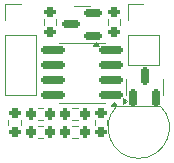
<source format=gbr>
%TF.GenerationSoftware,KiCad,Pcbnew,8.0.6*%
%TF.CreationDate,2025-02-05T22:59:24+01:00*%
%TF.ProjectId,universal_fan_ctrl,756e6976-6572-4736-916c-5f66616e5f63,rev?*%
%TF.SameCoordinates,Original*%
%TF.FileFunction,Legend,Top*%
%TF.FilePolarity,Positive*%
%FSLAX46Y46*%
G04 Gerber Fmt 4.6, Leading zero omitted, Abs format (unit mm)*
G04 Created by KiCad (PCBNEW 8.0.6) date 2025-02-05 22:59:24*
%MOMM*%
%LPD*%
G01*
G04 APERTURE LIST*
G04 Aperture macros list*
%AMRoundRect*
0 Rectangle with rounded corners*
0 $1 Rounding radius*
0 $2 $3 $4 $5 $6 $7 $8 $9 X,Y pos of 4 corners*
0 Add a 4 corners polygon primitive as box body*
4,1,4,$2,$3,$4,$5,$6,$7,$8,$9,$2,$3,0*
0 Add four circle primitives for the rounded corners*
1,1,$1+$1,$2,$3*
1,1,$1+$1,$4,$5*
1,1,$1+$1,$6,$7*
1,1,$1+$1,$8,$9*
0 Add four rect primitives between the rounded corners*
20,1,$1+$1,$2,$3,$4,$5,0*
20,1,$1+$1,$4,$5,$6,$7,0*
20,1,$1+$1,$6,$7,$8,$9,0*
20,1,$1+$1,$8,$9,$2,$3,0*%
G04 Aperture macros list end*
%ADD10C,0.120000*%
%ADD11RoundRect,0.150000X0.587500X0.150000X-0.587500X0.150000X-0.587500X-0.150000X0.587500X-0.150000X0*%
%ADD12RoundRect,0.200000X-0.275000X0.200000X-0.275000X-0.200000X0.275000X-0.200000X0.275000X0.200000X0*%
%ADD13R,1.700000X1.700000*%
%ADD14O,1.700000X1.700000*%
%ADD15R,1.050000X1.500000*%
%ADD16O,1.050000X1.500000*%
%ADD17RoundRect,0.150000X0.150000X-0.587500X0.150000X0.587500X-0.150000X0.587500X-0.150000X-0.587500X0*%
%ADD18RoundRect,0.200000X0.200000X0.275000X-0.200000X0.275000X-0.200000X-0.275000X0.200000X-0.275000X0*%
%ADD19RoundRect,0.200000X-0.200000X-0.275000X0.200000X-0.275000X0.200000X0.275000X-0.200000X0.275000X0*%
%ADD20RoundRect,0.200000X0.275000X-0.200000X0.275000X0.200000X-0.275000X0.200000X-0.275000X-0.200000X0*%
%ADD21RoundRect,0.150000X0.825000X0.150000X-0.825000X0.150000X-0.825000X-0.150000X0.825000X-0.150000X0*%
G04 APERTURE END LIST*
D10*
%TO.C,U1*%
X146600000Y-65239999D02*
X145950000Y-65240000D01*
X146600000Y-65239999D02*
X147250000Y-65240000D01*
X146600000Y-68360001D02*
X145950000Y-68360000D01*
X146600000Y-68360001D02*
X147250000Y-68360000D01*
X148002500Y-68640000D02*
X147522500Y-68639999D01*
X147762500Y-68310000D01*
X148002500Y-68640000D01*
G36*
X148002500Y-68640000D02*
G01*
X147522500Y-68639999D01*
X147762500Y-68310000D01*
X148002500Y-68640000D01*
G37*
%TO.C,C1*%
X143377500Y-66362742D02*
X143377500Y-66837258D01*
X144422500Y-66362742D02*
X144422500Y-66837258D01*
%TO.C,J1*%
X140070000Y-65070000D02*
X141400000Y-65070000D01*
X140070000Y-66400000D02*
X140070000Y-65070000D01*
X140070000Y-67670001D02*
X140070000Y-72809999D01*
X140070000Y-67670001D02*
X142730000Y-67670001D01*
X140070000Y-72809999D02*
X142730000Y-72809999D01*
X142730000Y-67670001D02*
X142730000Y-72809999D01*
%TO.C,U3*%
X153200001Y-73690001D02*
X149600001Y-73690001D01*
X151400001Y-78140001D02*
G75*
G02*
X149561523Y-73701523I0J2600000D01*
G01*
X153238479Y-73701523D02*
G75*
G02*
X151400001Y-78140002I-1838478J-1838478D01*
G01*
%TO.C,Q1*%
X150339999Y-72100000D02*
X150340000Y-71450000D01*
X150339999Y-72100000D02*
X150340000Y-72750000D01*
X153460001Y-72100000D02*
X153460000Y-71450000D01*
X153460001Y-72100000D02*
X153460000Y-72750000D01*
X150390000Y-73262500D02*
X150060000Y-73502500D01*
X150060001Y-73022500D01*
X150390000Y-73262500D01*
G36*
X150390000Y-73262500D02*
G01*
X150060000Y-73502500D01*
X150060001Y-73022500D01*
X150390000Y-73262500D01*
G37*
%TO.C,R1*%
X140377501Y-74862742D02*
X140377501Y-75337258D01*
X141422501Y-74862742D02*
X141422501Y-75337258D01*
%TO.C,R5*%
X147677500Y-74862742D02*
X147677500Y-75337258D01*
X148722500Y-74862742D02*
X148722500Y-75337258D01*
%TO.C,Rtr1*%
X143337258Y-75377500D02*
X142862742Y-75377500D01*
X143337258Y-76422500D02*
X142862742Y-76422500D01*
%TO.C,R4*%
X142862742Y-73877500D02*
X143337258Y-73877500D01*
X142862742Y-74922500D02*
X143337258Y-74922500D01*
%TO.C,R3*%
X146237258Y-73877500D02*
X145762742Y-73877500D01*
X146237258Y-74922500D02*
X145762742Y-74922500D01*
%TO.C,Rmt1*%
X145762742Y-75377500D02*
X146237258Y-75377500D01*
X145762742Y-76422500D02*
X146237258Y-76422500D01*
%TO.C,J2*%
X150470000Y-65070000D02*
X151800000Y-65070000D01*
X150470000Y-66400000D02*
X150470000Y-65070000D01*
X150470000Y-67670001D02*
X150470000Y-70270000D01*
X150470000Y-67670001D02*
X153130000Y-67670001D01*
X150470000Y-70270000D02*
X153130000Y-70270000D01*
X153130000Y-67670001D02*
X153130000Y-70270000D01*
%TO.C,C2*%
X148777500Y-66837258D02*
X148777500Y-66362742D01*
X149822500Y-66837258D02*
X149822500Y-66362742D01*
%TO.C,U2*%
X146600000Y-68340001D02*
X144650000Y-68340000D01*
X146600000Y-68340001D02*
X148550000Y-68340000D01*
X146600000Y-73459999D02*
X144650000Y-73460000D01*
X146600000Y-73459999D02*
X148550000Y-73460000D01*
X149539999Y-73695000D02*
X149060000Y-73695000D01*
X149300000Y-73365000D01*
X149539999Y-73695000D01*
G36*
X149539999Y-73695000D02*
G01*
X149060000Y-73695000D01*
X149300000Y-73365000D01*
X149539999Y-73695000D01*
G37*
%TD*%
%LPC*%
D11*
%TO.C,U1*%
X147537500Y-67750000D03*
X147537500Y-65850000D03*
X145662499Y-66800000D03*
%TD*%
D12*
%TO.C,C1*%
X143900000Y-65775000D03*
X143900000Y-67425000D03*
%TD*%
D13*
%TO.C,J1*%
X141400000Y-66400000D03*
D14*
X141400000Y-68940000D03*
X141400000Y-71479999D03*
%TD*%
D15*
%TO.C,U3*%
X152670001Y-75540001D03*
D16*
X151400000Y-75540001D03*
X150130001Y-75540001D03*
%TD*%
D17*
%TO.C,Q1*%
X150950000Y-73037500D03*
X152850000Y-73037500D03*
X151900000Y-71162499D03*
%TD*%
D12*
%TO.C,R1*%
X140900001Y-74275000D03*
X140900001Y-75925000D03*
%TD*%
%TO.C,R5*%
X148200000Y-74275000D03*
X148200000Y-75925000D03*
%TD*%
D18*
%TO.C,Rtr1*%
X143925000Y-75900000D03*
X142275000Y-75900000D03*
%TD*%
D19*
%TO.C,R4*%
X142275000Y-74400000D03*
X143925000Y-74400000D03*
%TD*%
D18*
%TO.C,R3*%
X146825000Y-74400000D03*
X145175000Y-74400000D03*
%TD*%
D19*
%TO.C,Rmt1*%
X145175000Y-75900000D03*
X146825000Y-75900000D03*
%TD*%
D13*
%TO.C,J2*%
X151800000Y-66400000D03*
D14*
X151800000Y-68940000D03*
%TD*%
D20*
%TO.C,C2*%
X149300000Y-67425000D03*
X149300000Y-65775000D03*
%TD*%
D21*
%TO.C,U2*%
X149075000Y-72805000D03*
X149075000Y-71535000D03*
X149075000Y-70265000D03*
X149075000Y-68995000D03*
X144125000Y-68995000D03*
X144125000Y-70265000D03*
X144125000Y-71535000D03*
X144125000Y-72805000D03*
%TD*%
%LPD*%
M02*

</source>
